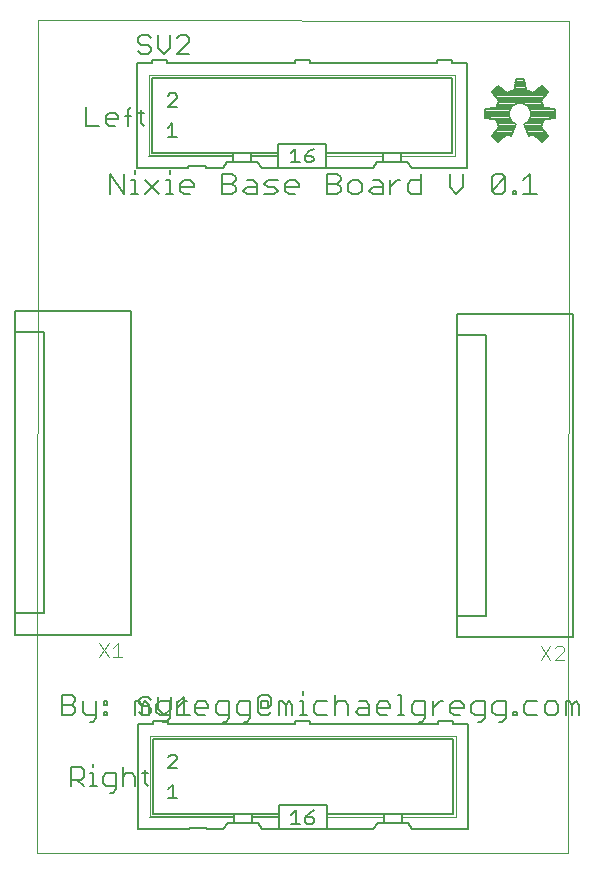
<source format=gto>
G75*
G70*
%OFA0B0*%
%FSLAX24Y24*%
%IPPOS*%
%LPD*%
%AMOC8*
5,1,8,0,0,1.08239X$1,22.5*
%
%ADD10C,0.0000*%
%ADD11C,0.0079*%
%ADD12C,0.0060*%
%ADD13C,0.0080*%
%ADD14C,0.0040*%
%ADD15C,0.0050*%
%ADD16C,0.0020*%
%ADD17C,0.0070*%
D10*
X000860Y000100D02*
X000900Y027856D01*
X018601Y027844D01*
X018577Y000100D01*
X000860Y000100D01*
D11*
X016236Y023815D02*
X016533Y024057D01*
X016591Y024024D01*
X016652Y023995D01*
X016822Y024405D01*
X016758Y024439D01*
X016702Y024485D01*
X016656Y024541D01*
X016622Y024604D01*
X016601Y024674D01*
X016594Y024746D01*
X016601Y024818D01*
X016622Y024887D01*
X016656Y024951D01*
X016702Y025007D01*
X016758Y025053D01*
X016822Y025087D01*
X016891Y025108D01*
X016963Y025115D01*
X017035Y025108D01*
X017104Y025087D01*
X017168Y025053D01*
X017224Y025007D01*
X017270Y024951D01*
X017304Y024887D01*
X017325Y024818D01*
X017332Y024746D01*
X017325Y024674D01*
X017304Y024604D01*
X017270Y024541D01*
X017224Y024485D01*
X017168Y024439D01*
X017104Y024405D01*
X017274Y023995D01*
X017335Y024024D01*
X017393Y024057D01*
X017690Y023815D01*
X017894Y024019D01*
X017651Y024315D01*
X017695Y024394D01*
X017729Y024477D01*
X017754Y024563D01*
X018135Y024602D01*
X018135Y024890D01*
X017754Y024928D01*
X017729Y025014D01*
X017695Y025097D01*
X017651Y025176D01*
X017894Y025473D01*
X017690Y025676D01*
X017393Y025434D01*
X017315Y025478D01*
X017232Y025512D01*
X017145Y025537D01*
X017107Y025918D01*
X016819Y025918D01*
X016780Y025537D01*
X016694Y025512D01*
X016611Y025478D01*
X016533Y025434D01*
X016236Y025676D01*
X016032Y025473D01*
X016274Y025176D01*
X016231Y025097D01*
X016197Y025014D01*
X016172Y024928D01*
X015791Y024890D01*
X015791Y024602D01*
X016172Y024563D01*
X016197Y024477D01*
X016231Y024394D01*
X016274Y024315D01*
X016032Y024019D01*
X016236Y023815D01*
X016161Y023890D02*
X016328Y023890D01*
X016422Y023967D02*
X016083Y023967D01*
X016053Y024045D02*
X016517Y024045D01*
X016555Y024045D02*
X016672Y024045D01*
X016704Y024122D02*
X016116Y024122D01*
X016179Y024199D02*
X016736Y024199D01*
X016768Y024276D02*
X016242Y024276D01*
X016253Y024353D02*
X016800Y024353D01*
X016773Y024431D02*
X016216Y024431D01*
X016188Y024508D02*
X016683Y024508D01*
X016632Y024585D02*
X015953Y024585D01*
X015791Y024662D02*
X016604Y024662D01*
X016594Y024740D02*
X015791Y024740D01*
X015791Y024817D02*
X016601Y024817D01*
X016626Y024894D02*
X015835Y024894D01*
X016063Y025435D02*
X016532Y025435D01*
X016534Y025435D02*
X017392Y025435D01*
X017394Y025435D02*
X017863Y025435D01*
X017854Y025512D02*
X017489Y025512D01*
X017583Y025589D02*
X017777Y025589D01*
X017700Y025667D02*
X017678Y025667D01*
X017800Y025358D02*
X016126Y025358D01*
X016189Y025280D02*
X017737Y025280D01*
X017674Y025203D02*
X016252Y025203D01*
X016247Y025126D02*
X017679Y025126D01*
X017715Y025049D02*
X017173Y025049D01*
X017253Y024971D02*
X017742Y024971D01*
X018090Y024894D02*
X017300Y024894D01*
X017325Y024817D02*
X018135Y024817D01*
X018135Y024740D02*
X017331Y024740D01*
X017321Y024662D02*
X018135Y024662D01*
X017973Y024585D02*
X017294Y024585D01*
X017243Y024508D02*
X017738Y024508D01*
X017710Y024431D02*
X017153Y024431D01*
X017125Y024353D02*
X017672Y024353D01*
X017683Y024276D02*
X017157Y024276D01*
X017189Y024199D02*
X017746Y024199D01*
X017809Y024122D02*
X017221Y024122D01*
X017253Y024045D02*
X017371Y024045D01*
X017408Y024045D02*
X017872Y024045D01*
X017842Y023967D02*
X017503Y023967D01*
X017598Y023890D02*
X017765Y023890D01*
X016753Y025049D02*
X016211Y025049D01*
X016184Y024971D02*
X016673Y024971D01*
X016695Y025512D02*
X017231Y025512D01*
X017140Y025589D02*
X016786Y025589D01*
X016793Y025667D02*
X017132Y025667D01*
X017124Y025744D02*
X016801Y025744D01*
X016809Y025821D02*
X017117Y025821D01*
X017109Y025898D02*
X016817Y025898D01*
X016437Y025512D02*
X016071Y025512D01*
X016149Y025589D02*
X016342Y025589D01*
X016248Y025667D02*
X016226Y025667D01*
D12*
X004437Y024770D02*
X004223Y024770D01*
X004330Y024876D02*
X004330Y024449D01*
X004437Y024343D01*
X004007Y024663D02*
X003794Y024663D01*
X003576Y024663D02*
X003576Y024556D01*
X003149Y024556D01*
X003149Y024449D02*
X003149Y024663D01*
X003256Y024770D01*
X003469Y024770D01*
X003576Y024663D01*
X003469Y024343D02*
X003256Y024343D01*
X003149Y024449D01*
X002932Y024343D02*
X002505Y024343D01*
X002505Y024983D01*
X003901Y024876D02*
X003901Y024343D01*
X003901Y024876D02*
X004007Y024983D01*
X002744Y003082D02*
X002744Y002975D01*
X002744Y002762D02*
X002744Y002335D01*
X002637Y002335D02*
X002851Y002335D01*
X003067Y002441D02*
X003174Y002335D01*
X003494Y002335D01*
X003494Y002228D02*
X003494Y002762D01*
X003174Y002762D01*
X003067Y002655D01*
X003067Y002441D01*
X003281Y002121D02*
X003387Y002121D01*
X003494Y002228D01*
X003712Y002335D02*
X003712Y002975D01*
X003818Y002762D02*
X004032Y002762D01*
X004139Y002655D01*
X004139Y002335D01*
X004463Y002441D02*
X004570Y002335D01*
X004463Y002441D02*
X004463Y002869D01*
X004356Y002762D02*
X004570Y002762D01*
X003818Y002762D02*
X003712Y002655D01*
X002744Y002762D02*
X002637Y002762D01*
X002420Y002869D02*
X002420Y002655D01*
X002313Y002548D01*
X001993Y002548D01*
X001993Y002335D02*
X001993Y002975D01*
X002313Y002975D01*
X002420Y002869D01*
X002206Y002548D02*
X002420Y002335D01*
D13*
X002615Y004480D02*
X002728Y004480D01*
X002841Y004593D01*
X002841Y005161D01*
X003087Y005161D02*
X003087Y005047D01*
X003201Y005047D01*
X003201Y005161D01*
X003087Y005161D01*
X003087Y004820D02*
X003087Y004707D01*
X003201Y004707D01*
X003201Y004820D01*
X003087Y004820D01*
X002841Y004707D02*
X002501Y004707D01*
X002388Y004820D01*
X002388Y005161D01*
X002142Y005161D02*
X002028Y005047D01*
X001688Y005047D01*
X001688Y004707D02*
X002028Y004707D01*
X002142Y004820D01*
X002142Y004934D01*
X002028Y005047D01*
X002142Y005161D02*
X002142Y005274D01*
X002028Y005388D01*
X001688Y005388D01*
X001688Y004707D01*
X000140Y007385D02*
X003988Y007385D01*
X003988Y018171D01*
X000140Y018171D01*
X000140Y017462D01*
X001095Y017462D01*
X001095Y008094D01*
X000140Y008094D01*
X000140Y007385D01*
X000140Y008094D02*
X000140Y017462D01*
X003302Y022069D02*
X003302Y022750D01*
X003756Y022069D01*
X003756Y022750D01*
X004002Y022523D02*
X004115Y022523D01*
X004115Y022069D01*
X004002Y022069D02*
X004229Y022069D01*
X004468Y022069D02*
X004922Y022523D01*
X005168Y022523D02*
X005282Y022523D01*
X005282Y022069D01*
X005395Y022069D02*
X005168Y022069D01*
X004922Y022069D02*
X004468Y022523D01*
X004115Y022750D02*
X004115Y022863D01*
X005282Y022863D02*
X005282Y022750D01*
X005635Y022409D02*
X005748Y022523D01*
X005975Y022523D01*
X006088Y022409D01*
X006088Y022296D01*
X005635Y022296D01*
X005635Y022183D02*
X005635Y022409D01*
X005635Y022183D02*
X005748Y022069D01*
X005975Y022069D01*
X007034Y022069D02*
X007375Y022069D01*
X007488Y022183D01*
X007488Y022296D01*
X007375Y022409D01*
X007034Y022409D01*
X007034Y022069D02*
X007034Y022750D01*
X007375Y022750D01*
X007488Y022636D01*
X007488Y022523D01*
X007375Y022409D01*
X007734Y022183D02*
X007848Y022069D01*
X008188Y022069D01*
X008188Y022409D01*
X008074Y022523D01*
X007848Y022523D01*
X007848Y022296D02*
X008188Y022296D01*
X008434Y022409D02*
X008547Y022523D01*
X008888Y022523D01*
X008774Y022296D02*
X008547Y022296D01*
X008434Y022409D01*
X008434Y022069D02*
X008774Y022069D01*
X008888Y022183D01*
X008774Y022296D01*
X009134Y022296D02*
X009587Y022296D01*
X009587Y022409D01*
X009474Y022523D01*
X009247Y022523D01*
X009134Y022409D01*
X009134Y022183D01*
X009247Y022069D01*
X009474Y022069D01*
X010533Y022069D02*
X010874Y022069D01*
X010987Y022183D01*
X010987Y022296D01*
X010874Y022409D01*
X010533Y022409D01*
X010533Y022069D02*
X010533Y022750D01*
X010874Y022750D01*
X010987Y022636D01*
X010987Y022523D01*
X010874Y022409D01*
X011233Y022409D02*
X011233Y022183D01*
X011347Y022069D01*
X011573Y022069D01*
X011687Y022183D01*
X011687Y022409D01*
X011573Y022523D01*
X011347Y022523D01*
X011233Y022409D01*
X011933Y022183D02*
X012046Y022296D01*
X012387Y022296D01*
X012387Y022409D02*
X012387Y022069D01*
X012046Y022069D01*
X011933Y022183D01*
X012046Y022523D02*
X012273Y022523D01*
X012387Y022409D01*
X012633Y022296D02*
X012860Y022523D01*
X012973Y022523D01*
X013216Y022409D02*
X013329Y022523D01*
X013670Y022523D01*
X013670Y022750D02*
X013670Y022069D01*
X013329Y022069D01*
X013216Y022183D01*
X013216Y022409D01*
X012633Y022523D02*
X012633Y022069D01*
X014615Y022296D02*
X014842Y022069D01*
X015069Y022296D01*
X015069Y022750D01*
X014615Y022750D02*
X014615Y022296D01*
X016015Y022183D02*
X016469Y022636D01*
X016469Y022183D01*
X016355Y022069D01*
X016128Y022069D01*
X016015Y022183D01*
X016015Y022636D01*
X016128Y022750D01*
X016355Y022750D01*
X016469Y022636D01*
X016715Y022183D02*
X016715Y022069D01*
X016828Y022069D01*
X016828Y022183D01*
X016715Y022183D01*
X017065Y022069D02*
X017518Y022069D01*
X017292Y022069D02*
X017292Y022750D01*
X017065Y022523D01*
X018713Y018084D02*
X014864Y018084D01*
X014864Y017376D01*
X015819Y017376D01*
X015819Y008007D01*
X014864Y008007D01*
X014864Y007299D01*
X018713Y007299D01*
X018713Y018084D01*
X014864Y017376D02*
X014864Y008007D01*
X014748Y005161D02*
X014974Y005161D01*
X015088Y005047D01*
X015088Y004934D01*
X014634Y004934D01*
X014634Y005047D02*
X014748Y005161D01*
X014634Y005047D02*
X014634Y004820D01*
X014748Y004707D01*
X014974Y004707D01*
X015334Y004820D02*
X015447Y004707D01*
X015788Y004707D01*
X015788Y004593D02*
X015788Y005161D01*
X015447Y005161D01*
X015334Y005047D01*
X015334Y004820D01*
X015561Y004480D02*
X015674Y004480D01*
X015788Y004593D01*
X016034Y004820D02*
X016034Y005047D01*
X016147Y005161D01*
X016487Y005161D01*
X016487Y004593D01*
X016374Y004480D01*
X016261Y004480D01*
X016147Y004707D02*
X016034Y004820D01*
X016147Y004707D02*
X016487Y004707D01*
X016734Y004707D02*
X016847Y004707D01*
X016847Y004820D01*
X016734Y004820D01*
X016734Y004707D01*
X017083Y004820D02*
X017083Y005047D01*
X017197Y005161D01*
X017537Y005161D01*
X017783Y005047D02*
X017783Y004820D01*
X017897Y004707D01*
X018123Y004707D01*
X018237Y004820D01*
X018237Y005047D01*
X018123Y005161D01*
X017897Y005161D01*
X017783Y005047D01*
X017537Y004707D02*
X017197Y004707D01*
X017083Y004820D01*
X018483Y004707D02*
X018483Y005161D01*
X018596Y005161D01*
X018710Y005047D01*
X018823Y005161D01*
X018937Y005047D01*
X018937Y004707D01*
X018710Y004707D02*
X018710Y005047D01*
X014391Y005161D02*
X014278Y005161D01*
X014051Y004934D01*
X014051Y004707D02*
X014051Y005161D01*
X013805Y005161D02*
X013805Y004593D01*
X013691Y004480D01*
X013578Y004480D01*
X013465Y004707D02*
X013351Y004820D01*
X013351Y005047D01*
X013465Y005161D01*
X013805Y005161D01*
X013805Y004707D02*
X013465Y004707D01*
X013111Y004707D02*
X012885Y004707D01*
X012998Y004707D02*
X012998Y005388D01*
X012885Y005388D01*
X012639Y005047D02*
X012639Y004934D01*
X012185Y004934D01*
X012185Y005047D02*
X012298Y005161D01*
X012525Y005161D01*
X012639Y005047D01*
X012525Y004707D02*
X012298Y004707D01*
X012185Y004820D01*
X012185Y005047D01*
X011939Y005047D02*
X011939Y004707D01*
X011598Y004707D01*
X011485Y004820D01*
X011598Y004934D01*
X011939Y004934D01*
X011939Y005047D02*
X011825Y005161D01*
X011598Y005161D01*
X011239Y005047D02*
X011239Y004707D01*
X011239Y005047D02*
X011126Y005161D01*
X010899Y005161D01*
X010785Y005047D01*
X010785Y004707D02*
X010785Y005388D01*
X010539Y005161D02*
X010199Y005161D01*
X010085Y005047D01*
X010085Y004820D01*
X010199Y004707D01*
X010539Y004707D01*
X009846Y004707D02*
X009619Y004707D01*
X009732Y004707D02*
X009732Y005161D01*
X009619Y005161D01*
X009732Y005388D02*
X009732Y005501D01*
X009373Y005047D02*
X009373Y004707D01*
X009373Y005047D02*
X009259Y005161D01*
X009146Y005047D01*
X009146Y004707D01*
X008919Y004707D02*
X008919Y005161D01*
X009033Y005161D01*
X009146Y005047D01*
X008673Y005047D02*
X008560Y004934D01*
X008560Y005161D01*
X008333Y005161D01*
X008333Y004934D01*
X008560Y004934D01*
X008673Y005047D02*
X008673Y005274D01*
X008560Y005388D01*
X008333Y005388D01*
X008219Y005274D01*
X008219Y004820D01*
X008333Y004707D01*
X008560Y004707D01*
X008673Y004820D01*
X007973Y004707D02*
X007633Y004707D01*
X007520Y004820D01*
X007520Y005047D01*
X007633Y005161D01*
X007973Y005161D01*
X007973Y004593D01*
X007860Y004480D01*
X007746Y004480D01*
X007273Y004593D02*
X007273Y005161D01*
X006933Y005161D01*
X006820Y005047D01*
X006820Y004820D01*
X006933Y004707D01*
X007273Y004707D01*
X007273Y004593D02*
X007160Y004480D01*
X007047Y004480D01*
X006574Y004934D02*
X006120Y004934D01*
X006120Y005047D02*
X006233Y005161D01*
X006460Y005161D01*
X006574Y005047D01*
X006574Y004934D01*
X006460Y004707D02*
X006233Y004707D01*
X006120Y004820D01*
X006120Y005047D01*
X005877Y005161D02*
X005764Y005161D01*
X005537Y004934D01*
X005537Y004707D02*
X005537Y005161D01*
X005291Y005161D02*
X004950Y005161D01*
X004837Y005047D01*
X004837Y004820D01*
X004950Y004707D01*
X005291Y004707D01*
X005291Y004593D02*
X005291Y005161D01*
X005291Y004593D02*
X005177Y004480D01*
X005064Y004480D01*
X004591Y004707D02*
X004591Y005047D01*
X004477Y005161D01*
X004364Y005047D01*
X004364Y004707D01*
X004137Y004707D02*
X004137Y005161D01*
X004251Y005161D01*
X004364Y005047D01*
X007734Y022183D02*
X007848Y022296D01*
D14*
X003552Y007092D02*
X003552Y006632D01*
X003705Y006632D02*
X003398Y006632D01*
X003245Y006632D02*
X002938Y007092D01*
X003245Y007092D02*
X002938Y006632D01*
X003398Y006939D02*
X003552Y007092D01*
X017662Y007006D02*
X017969Y006545D01*
X018123Y006545D02*
X018430Y006852D01*
X018430Y006929D01*
X018353Y007006D01*
X018200Y007006D01*
X018123Y006929D01*
X017969Y007006D02*
X017662Y006545D01*
X018123Y006545D02*
X018430Y006545D01*
D15*
X015215Y004405D02*
X014715Y004405D01*
X014715Y004505D01*
X014215Y004505D01*
X014215Y004405D01*
X009965Y004405D01*
X009965Y004505D01*
X009465Y004505D01*
X009465Y004405D01*
X005215Y004405D01*
X005215Y004505D01*
X004715Y004505D01*
X004715Y004405D01*
X004215Y004405D01*
X004215Y000905D01*
X005915Y000905D01*
X005915Y000955D01*
X006515Y000955D01*
X006515Y000905D01*
X007065Y000905D01*
X007215Y001105D01*
X007415Y001105D01*
X008015Y001105D01*
X008215Y001105D01*
X008365Y000905D01*
X008915Y000905D01*
X008915Y001305D01*
X008015Y001305D01*
X008015Y001405D01*
X007415Y001405D01*
X004715Y001405D01*
X004715Y003905D01*
X014715Y003905D01*
X014715Y001405D01*
X013015Y001405D01*
X012415Y001405D01*
X010515Y001405D01*
X010515Y001305D01*
X010515Y000905D01*
X008915Y000905D01*
X008915Y001305D02*
X008915Y001405D01*
X008015Y001405D01*
X008015Y001305D02*
X008015Y001105D01*
X007415Y001105D02*
X007415Y001305D01*
X007415Y001405D01*
X007415Y001305D02*
X004615Y001305D01*
X005240Y001930D02*
X005540Y001930D01*
X005390Y001930D02*
X005390Y002381D01*
X005240Y002230D01*
X005240Y002930D02*
X005540Y003230D01*
X005540Y003305D01*
X005465Y003381D01*
X005315Y003381D01*
X005240Y003305D01*
X005240Y002930D02*
X005540Y002930D01*
X008915Y001705D02*
X008915Y001405D01*
X008915Y001705D02*
X010515Y001705D01*
X010515Y001405D01*
X010100Y001531D02*
X009950Y001455D01*
X009800Y001305D01*
X010025Y001305D01*
X010100Y001230D01*
X010100Y001155D01*
X010025Y001080D01*
X009875Y001080D01*
X009800Y001155D01*
X009800Y001305D01*
X009640Y001080D02*
X009340Y001080D01*
X009490Y001080D02*
X009490Y001531D01*
X009340Y001380D01*
X010515Y000905D02*
X012065Y000905D01*
X012215Y001105D01*
X012415Y001105D01*
X013015Y001105D01*
X013015Y001305D01*
X013015Y001405D01*
X013015Y001105D02*
X013215Y001105D01*
X013365Y000905D01*
X015215Y000905D01*
X015215Y004405D01*
X012415Y001405D02*
X012415Y001305D01*
X012415Y001105D01*
X012049Y022948D02*
X010499Y022948D01*
X010499Y023348D01*
X010499Y023448D01*
X012399Y023448D01*
X012999Y023448D01*
X012999Y023348D01*
X012999Y023148D01*
X012399Y023148D01*
X012199Y023148D01*
X012049Y022948D01*
X012399Y023148D02*
X012399Y023348D01*
X012399Y023448D01*
X012999Y023448D02*
X014699Y023448D01*
X014699Y025948D01*
X004699Y025948D01*
X004699Y023448D01*
X007399Y023448D01*
X007999Y023448D01*
X007999Y023348D01*
X008899Y023348D01*
X008899Y022948D01*
X008349Y022948D01*
X008199Y023148D01*
X007999Y023148D01*
X007399Y023148D01*
X007199Y023148D01*
X007049Y022948D01*
X006499Y022948D01*
X006499Y022998D01*
X005899Y022998D01*
X005899Y022948D01*
X004199Y022948D01*
X004199Y026448D01*
X004699Y026448D01*
X004699Y026548D01*
X005199Y026548D01*
X005199Y026448D01*
X009449Y026448D01*
X009449Y026548D01*
X009949Y026548D01*
X009949Y026448D01*
X014199Y026448D01*
X014199Y026548D01*
X014699Y026548D01*
X014699Y026448D01*
X015199Y026448D01*
X015199Y022948D01*
X013349Y022948D01*
X013199Y023148D01*
X012999Y023148D01*
X010499Y022948D02*
X008899Y022948D01*
X008899Y023348D02*
X008899Y023448D01*
X007999Y023448D01*
X007999Y023348D02*
X007999Y023148D01*
X007399Y023148D02*
X007399Y023348D01*
X007399Y023448D01*
X007399Y023348D02*
X004599Y023348D01*
X005224Y023973D02*
X005524Y023973D01*
X005374Y023973D02*
X005374Y024424D01*
X005224Y024274D01*
X005224Y024973D02*
X005524Y025274D01*
X005524Y025349D01*
X005449Y025424D01*
X005299Y025424D01*
X005224Y025349D01*
X005224Y024973D02*
X005524Y024973D01*
X008899Y023748D02*
X008899Y023448D01*
X008899Y023748D02*
X010499Y023748D01*
X010499Y023448D01*
X010085Y023574D02*
X009935Y023499D01*
X009784Y023349D01*
X010010Y023349D01*
X010085Y023274D01*
X010085Y023198D01*
X010010Y023123D01*
X009860Y023123D01*
X009784Y023198D01*
X009784Y023349D01*
X009624Y023123D02*
X009324Y023123D01*
X009474Y023123D02*
X009474Y023574D01*
X009324Y023424D01*
D16*
X010499Y023348D02*
X012399Y023348D01*
X012999Y023348D02*
X014799Y023348D01*
X014799Y026048D01*
X004599Y026048D01*
X004599Y023348D01*
X004615Y004005D02*
X004615Y001305D01*
X004615Y004005D02*
X014815Y004005D01*
X014815Y001305D01*
X013015Y001305D01*
X012415Y001305D02*
X010515Y001305D01*
D17*
X005959Y004690D02*
X005539Y004690D01*
X005749Y004690D02*
X005749Y005321D01*
X005539Y005110D01*
X005315Y004900D02*
X005315Y005321D01*
X005315Y004900D02*
X005105Y004690D01*
X004894Y004900D01*
X004894Y005321D01*
X004670Y005216D02*
X004565Y005321D01*
X004355Y005321D01*
X004250Y005216D01*
X004250Y005110D01*
X004355Y005005D01*
X004565Y005005D01*
X004670Y004900D01*
X004670Y004795D01*
X004565Y004690D01*
X004355Y004690D01*
X004250Y004795D01*
X004339Y026733D02*
X004234Y026839D01*
X004339Y026733D02*
X004549Y026733D01*
X004654Y026839D01*
X004654Y026944D01*
X004549Y027049D01*
X004339Y027049D01*
X004234Y027154D01*
X004234Y027259D01*
X004339Y027364D01*
X004549Y027364D01*
X004654Y027259D01*
X004879Y027364D02*
X004879Y026944D01*
X005089Y026733D01*
X005299Y026944D01*
X005299Y027364D01*
X005523Y027259D02*
X005628Y027364D01*
X005838Y027364D01*
X005944Y027259D01*
X005944Y027154D01*
X005523Y026733D01*
X005944Y026733D01*
M02*

</source>
